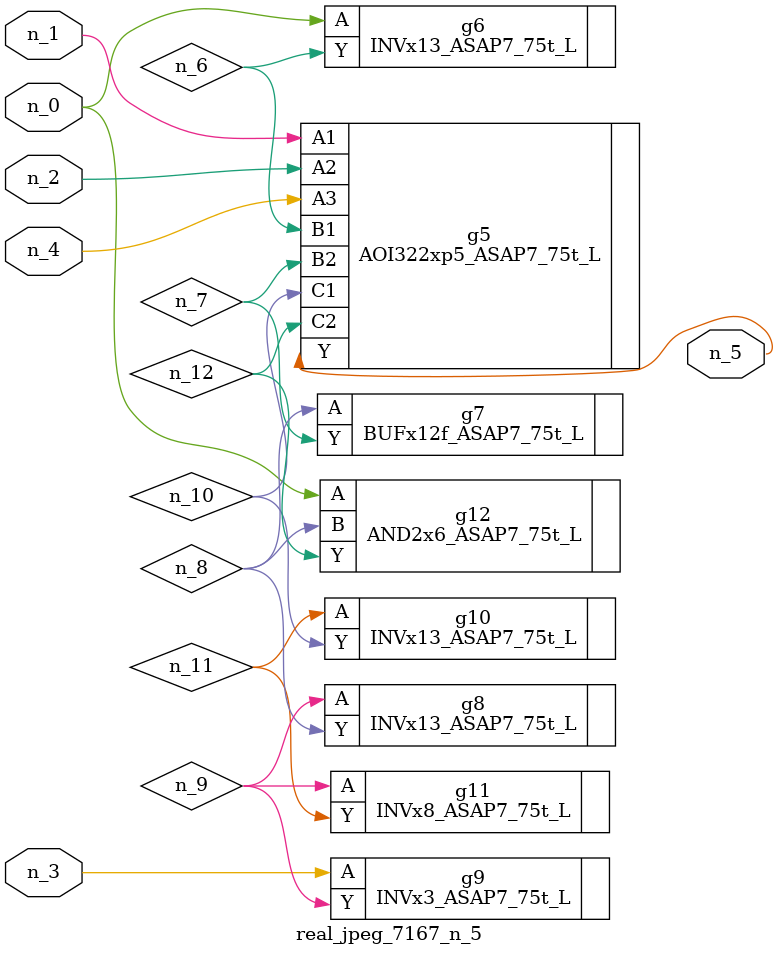
<source format=v>
module real_jpeg_7167_n_5 (n_4, n_0, n_1, n_2, n_3, n_5);

input n_4;
input n_0;
input n_1;
input n_2;
input n_3;

output n_5;

wire n_12;
wire n_8;
wire n_11;
wire n_6;
wire n_7;
wire n_10;
wire n_9;

INVx13_ASAP7_75t_L g6 ( 
.A(n_0),
.Y(n_6)
);

AND2x6_ASAP7_75t_L g12 ( 
.A(n_0),
.B(n_8),
.Y(n_12)
);

AOI322xp5_ASAP7_75t_L g5 ( 
.A1(n_1),
.A2(n_2),
.A3(n_4),
.B1(n_6),
.B2(n_7),
.C1(n_10),
.C2(n_12),
.Y(n_5)
);

INVx3_ASAP7_75t_L g9 ( 
.A(n_3),
.Y(n_9)
);

BUFx12f_ASAP7_75t_L g7 ( 
.A(n_8),
.Y(n_7)
);

INVx13_ASAP7_75t_L g8 ( 
.A(n_9),
.Y(n_8)
);

INVx8_ASAP7_75t_L g11 ( 
.A(n_9),
.Y(n_11)
);

INVx13_ASAP7_75t_L g10 ( 
.A(n_11),
.Y(n_10)
);


endmodule
</source>
